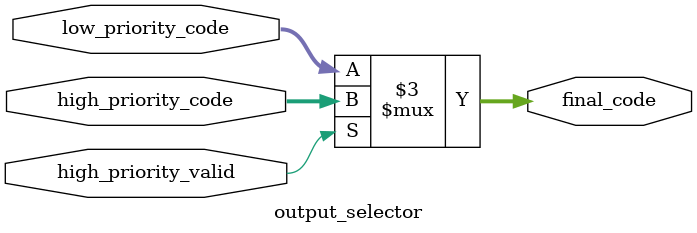
<source format=v>
module priority_encoder_top(
    input [7:0] req,
    output [2:0] code
);

    wire [2:0] high_priority_code;
    wire [2:0] low_priority_code;
    wire high_priority_valid;

    high_priority_encoder high_enc(
        .req(req[7:4]),
        .code(high_priority_code),
        .valid(high_priority_valid)
    );

    low_priority_encoder low_enc(
        .req(req[3:0]),
        .code(low_priority_code)
    );

    output_selector out_sel(
        .high_priority_code(high_priority_code),
        .low_priority_code(low_priority_code),
        .high_priority_valid(high_priority_valid),
        .final_code(code)
    );

endmodule

module high_priority_encoder(
    input [3:0] req,
    output reg [2:0] code,
    output reg valid
);
    always @(*) begin
        case(1'b1)
            req[3]: begin code = 3'b111; valid = 1'b1; end
            req[2]: begin code = 3'b110; valid = 1'b1; end
            req[1]: begin code = 3'b101; valid = 1'b1; end
            req[0]: begin code = 3'b100; valid = 1'b1; end
            default: begin code = 3'b000; valid = 1'b0; end
        endcase
    end
endmodule

module low_priority_encoder(
    input [3:0] req,
    output reg [2:0] code
);
    always @(*) begin
        case(1'b1)
            req[3]: code = 3'b011;
            req[2]: code = 3'b010;
            req[1]: code = 3'b001;
            req[0]: code = 3'b000;
            default: code = 3'b000;
        endcase
    end
endmodule

module output_selector(
    input [2:0] high_priority_code,
    input [2:0] low_priority_code,
    input high_priority_valid,
    output reg [2:0] final_code
);
    always @(*) begin
        if (high_priority_valid) begin
            final_code = high_priority_code;
        end else begin
            final_code = low_priority_code;
        end
    end
endmodule
</source>
